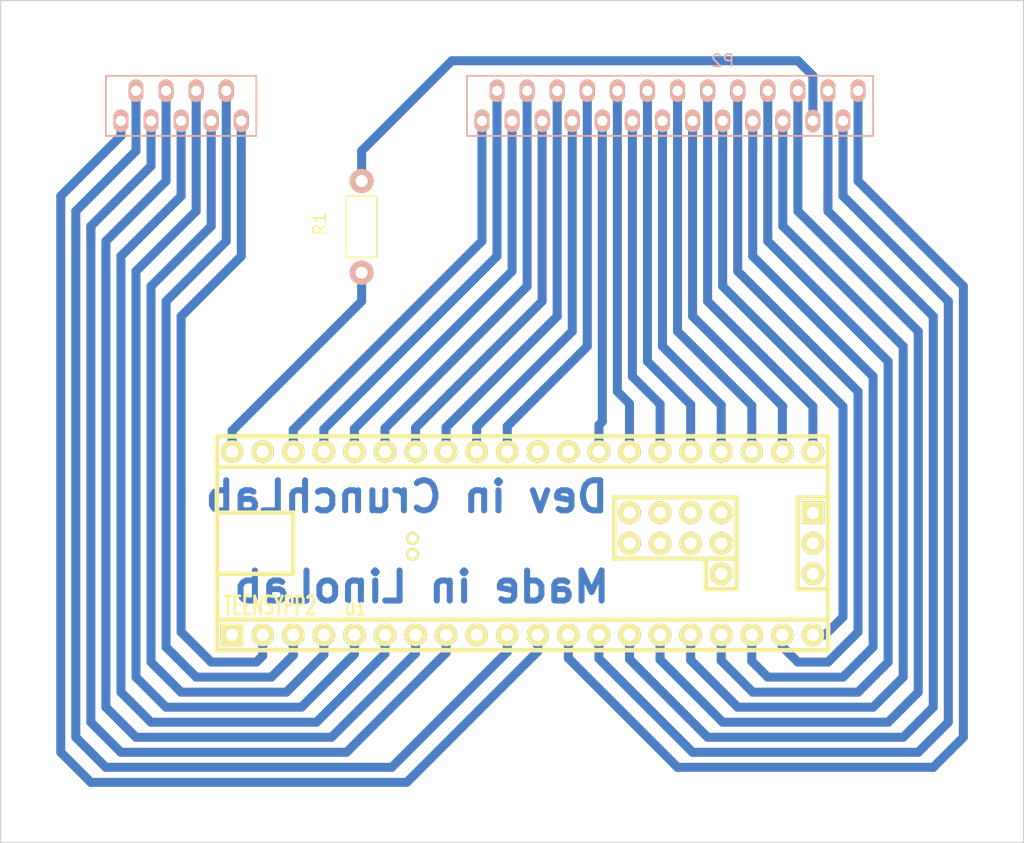
<source format=kicad_pcb>

(kicad_pcb
  (version 4)
  (host pcbnew 4.0.2-4+6225~38~ubuntu14.04.1-stable)
  (general
    (links 36)
    (no_connects 0)
    (area 101.199999 59.949999 186.300001 130.050001)
    (thickness 1.6)
    (drawings 6)
    (tracks 199)
    (zones 0)
    (modules 4)
    (nets 56))
  (page A4)
  (layers
    (0 F.Cu signal)
    (31 B.Cu signal)
    (32 B.Adhes user)
    (33 F.Adhes user)
    (34 B.Paste user)
    (35 F.Paste user)
    (36 B.SilkS user)
    (37 F.SilkS user)
    (38 B.Mask user)
    (39 F.Mask user)
    (40 Dwgs.User user)
    (41 Cmts.User user)
    (42 Eco1.User user)
    (43 Eco2.User user)
    (44 Edge.Cuts user)
    (45 Margin user)
    (46 B.CrtYd user)
    (47 F.CrtYd user)
    (48 B.Fab user)
    (49 F.Fab user))
  (setup
    (last_trace_width 0.75)
    (trace_clearance 0.25)
    (zone_clearance 0.508)
    (zone_45_only no)
    (trace_min 0.2)
    (segment_width 0.2)
    (edge_width 0.1)
    (via_size 0.6)
    (via_drill 0.4)
    (via_min_size 0.4)
    (via_min_drill 0.3)
    (uvia_size 0.3)
    (uvia_drill 0.1)
    (uvias_allowed no)
    (uvia_min_size 0.2)
    (uvia_min_drill 0.1)
    (pcb_text_width 0.3)
    (pcb_text_size 1.5 1.5)
    (mod_edge_width 0.15)
    (mod_text_size 1 1)
    (mod_text_width 0.15)
    (pad_size 1.25 1.87)
    (pad_drill 0.85)
    (pad_to_mask_clearance 0)
    (aux_axis_origin 101.25 60)
    (grid_origin 101.25 60)
    (visible_elements FFFFFF7F)
    (pcbplotparams
      (layerselection 0x00000_80000000)
      (usegerberextensions false)
      (excludeedgelayer true)
      (linewidth 0.1)
      (plotframeref false)
      (viasonmask false)
      (mode 1)
      (useauxorigin true)
      (hpglpennumber 1)
      (hpglpenspeed 20)
      (hpglpendiameter 15)
      (hpglpenoverlay 2)
      (psnegative false)
      (psa4output false)
      (plotreference true)
      (plotvalue true)
      (plotinvisibletext false)
      (padsonsilk false)
      (subtractmaskfromsilk false)
      (outputformat 1)
      (mirror false)
      (drillshape 0)
      (scaleselection 1)
      (outputdirectory drill/)))
  (net 0 "")
  (net 1 "Net-(P1-Pad1)")
  (net 2 "Net-(P1-Pad2)")
  (net 3 "Net-(P1-Pad3)")
  (net 4 "Net-(P1-Pad4)")
  (net 5 "Net-(P1-Pad5)")
  (net 6 "Net-(P1-Pad6)")
  (net 7 "Net-(P1-Pad7)")
  (net 8 "Net-(P1-Pad8)")
  (net 9 "Net-(P1-Pad9)")
  (net 10 "Net-(P2-Pad1)")
  (net 11 "Net-(P2-Pad2)")
  (net 12 "Net-(P2-Pad3)")
  (net 13 "Net-(P2-Pad4)")
  (net 14 "Net-(P2-Pad5)")
  (net 15 "Net-(P2-Pad6)")
  (net 16 "Net-(P2-Pad7)")
  (net 17 "Net-(P2-Pad8)")
  (net 18 "Net-(P2-Pad9)")
  (net 19 "Net-(P2-Pad10)")
  (net 20 "Net-(P2-Pad11)")
  (net 21 "Net-(P2-Pad12)")
  (net 22 "Net-(P2-Pad13)")
  (net 23 "Net-(P2-Pad14)")
  (net 24 "Net-(P2-Pad15)")
  (net 25 "Net-(P2-Pad16)")
  (net 26 "Net-(P2-Pad17)")
  (net 27 "Net-(P2-Pad18)")
  (net 28 "Net-(P2-Pad19)")
  (net 29 "Net-(P2-Pad20)")
  (net 30 "Net-(P2-Pad21)")
  (net 31 "Net-(P2-Pad22)")
  (net 32 "Net-(P2-Pad23)")
  (net 33 "Net-(P2-Pad24)")
  (net 34 "Net-(P2-Pad25)")
  (net 35 "Net-(P2-Pad26)")
  (net 36 "Net-(U1-Pad51)")
  (net 37 "Net-(U1-Pad42)")
  (net 38 "Net-(U1-Pad41)")
  (net 39 "Net-(U1-Pad23)")
  (net 40 "Net-(U1-Pad22)")
  (net 41 "Net-(U1-Pad21)")
  (net 42 "Net-(U1-Pad32)")
  (net 43 "Net-(U1-Pad29)")
  (net 44 "Net-(U1-Pad27)")
  (net 45 "Net-(U1-Pad25)")
  (net 46 "Net-(U1-Pad24)")
  (net 47 "Net-(U1-Pad26)")
  (net 48 "Net-(U1-Pad28)")
  (net 49 "Net-(U1-Pad31)")
  (net 50 "Net-(U1-Pad54)")
  (net 51 "Net-(U1-Pad53)")
  (net 52 "Net-(U1-Pad30)")
  (net 53 "Net-(U1-Pad9)")
  (net 54 "Net-(U1-Pad1)")
  (net 55 "Net-(R1-Pad1)")
  (net_class Default "This is the default net class."
    (clearance 0.25)
    (trace_width 0.75)
    (via_dia 0.6)
    (via_drill 0.4)
    (uvia_dia 0.3)
    (uvia_drill 0.1)
    (add_net "Net-(P1-Pad1)")
    (add_net "Net-(P1-Pad2)")
    (add_net "Net-(P1-Pad3)")
    (add_net "Net-(P1-Pad4)")
    (add_net "Net-(P1-Pad5)")
    (add_net "Net-(P1-Pad6)")
    (add_net "Net-(P1-Pad7)")
    (add_net "Net-(P1-Pad8)")
    (add_net "Net-(P1-Pad9)")
    (add_net "Net-(P2-Pad1)")
    (add_net "Net-(P2-Pad10)")
    (add_net "Net-(P2-Pad11)")
    (add_net "Net-(P2-Pad12)")
    (add_net "Net-(P2-Pad13)")
    (add_net "Net-(P2-Pad14)")
    (add_net "Net-(P2-Pad15)")
    (add_net "Net-(P2-Pad16)")
    (add_net "Net-(P2-Pad17)")
    (add_net "Net-(P2-Pad18)")
    (add_net "Net-(P2-Pad19)")
    (add_net "Net-(P2-Pad2)")
    (add_net "Net-(P2-Pad20)")
    (add_net "Net-(P2-Pad21)")
    (add_net "Net-(P2-Pad22)")
    (add_net "Net-(P2-Pad23)")
    (add_net "Net-(P2-Pad24)")
    (add_net "Net-(P2-Pad25)")
    (add_net "Net-(P2-Pad26)")
    (add_net "Net-(P2-Pad3)")
    (add_net "Net-(P2-Pad4)")
    (add_net "Net-(P2-Pad5)")
    (add_net "Net-(P2-Pad6)")
    (add_net "Net-(P2-Pad7)")
    (add_net "Net-(P2-Pad8)")
    (add_net "Net-(P2-Pad9)")
    (add_net "Net-(R1-Pad1)")
    (add_net "Net-(U1-Pad1)")
    (add_net "Net-(U1-Pad21)")
    (add_net "Net-(U1-Pad22)")
    (add_net "Net-(U1-Pad23)")
    (add_net "Net-(U1-Pad24)")
    (add_net "Net-(U1-Pad25)")
    (add_net "Net-(U1-Pad26)")
    (add_net "Net-(U1-Pad27)")
    (add_net "Net-(U1-Pad28)")
    (add_net "Net-(U1-Pad29)")
    (add_net "Net-(U1-Pad30)")
    (add_net "Net-(U1-Pad31)")
    (add_net "Net-(U1-Pad32)")
    (add_net "Net-(U1-Pad41)")
    (add_net "Net-(U1-Pad42)")
    (add_net "Net-(U1-Pad51)")
    (add_net "Net-(U1-Pad53)")
    (add_net "Net-(U1-Pad54)")
    (add_net "Net-(U1-Pad9)"))
  (module myfootprint:ffc_1.25mm_9p_oval
    (layer B.Cu)
    (tedit 572B4A68)
    (tstamp 57233CFB)
    (at 116.25 71.25)
    (path /572339CC)
    (fp_text reference P1
      (at 0 1.25)
      (layer Eco1.User) hide
      (effects
        (font
          (size 1 1)
          (thickness 0.15))))
    (fp_text value CONN_01X09
      (at 0 3.75)
      (layer B.Fab) hide
      (effects
        (font
          (size 1 1)
          (thickness 0.15))
        (justify mirror)))
    (fp_line
      (start -6.25 0)
      (end -6.25 -5)
      (layer B.SilkS)
      (width 0.15))
    (fp_line
      (start -6.25 -5)
      (end 6.25 -5)
      (layer B.SilkS)
      (width 0.15))
    (fp_line
      (start 6.25 -5)
      (end 6.25 0)
      (layer B.SilkS)
      (width 0.15))
    (fp_line
      (start 6.25 0)
      (end -6.25 0)
      (layer B.SilkS)
      (width 0.15))
    (pad 1 thru_hole oval
      (at -5 -1.25)
      (size 1.25 1.87)
      (drill 0.85)
      (layers *.Cu *.Mask B.SilkS)
      (net 1 "Net-(P1-Pad1)"))
    (pad 2 thru_hole oval
      (at -3.75 -3.75)
      (size 1.25 1.87)
      (drill 0.85)
      (layers *.Cu *.Mask B.SilkS)
      (net 2 "Net-(P1-Pad2)"))
    (pad 3 thru_hole oval
      (at -2.5 -1.25)
      (size 1.25 1.87)
      (drill 0.85)
      (layers *.Cu *.Mask B.SilkS)
      (net 3 "Net-(P1-Pad3)"))
    (pad 4 thru_hole oval
      (at -1.25 -3.75)
      (size 1.25 1.87)
      (drill 0.85)
      (layers *.Cu *.Mask B.SilkS)
      (net 4 "Net-(P1-Pad4)"))
    (pad 5 thru_hole oval
      (at 0 -1.25)
      (size 1.25 1.87)
      (drill 0.85)
      (layers *.Cu *.Mask B.SilkS)
      (net 5 "Net-(P1-Pad5)"))
    (pad 6 thru_hole oval
      (at 1.25 -3.75)
      (size 1.25 1.87)
      (drill 0.85)
      (layers *.Cu *.Mask B.SilkS)
      (net 6 "Net-(P1-Pad6)"))
    (pad 7 thru_hole oval
      (at 2.5 -1.25)
      (size 1.25 1.87)
      (drill 0.85)
      (layers *.Cu *.Mask B.SilkS)
      (net 7 "Net-(P1-Pad7)"))
    (pad 8 thru_hole oval
      (at 3.75 -3.75)
      (size 1.25 1.87)
      (drill 0.85)
      (layers *.Cu *.Mask B.SilkS)
      (net 8 "Net-(P1-Pad8)"))
    (pad 9 thru_hole oval
      (at 5 -1.25)
      (size 1.25 1.87)
      (drill 0.85)
      (layers *.Cu *.Mask B.SilkS)
      (net 9 "Net-(P1-Pad9)")))
  (module myfootprint:ffc_1.25m_26p_oval
    (layer B.Cu)
    (tedit 572B4758)
    (tstamp 5726466A)
    (at 156.25 72.5)
    (path /5714CDB3)
    (fp_text reference P2
      (at 5 -7.5)
      (layer B.SilkS)
      (effects
        (font
          (size 1 1)
          (thickness 0.15))
        (justify mirror)))
    (fp_text value CONN_01X26
      (at -2.5 -7.5)
      (layer B.Fab)
      (effects
        (font
          (size 1 1)
          (thickness 0.15))
        (justify mirror)))
    (fp_line
      (start -16.25 -1.25)
      (end -16.25 -6.25)
      (layer B.SilkS)
      (width 0.15))
    (fp_line
      (start -16.25 -6.25)
      (end 17.5 -6.25)
      (layer B.SilkS)
      (width 0.15))
    (fp_line
      (start 17.5 -6.25)
      (end 17.5 -1.25)
      (layer B.SilkS)
      (width 0.15))
    (fp_line
      (start 17.5 -1.25)
      (end -16.25 -1.25)
      (layer B.SilkS)
      (width 0.15))
    (pad 1 thru_hole oval
      (at -15 -2.5)
      (size 1.25 1.87)
      (drill 0.85)
      (layers *.Cu *.Mask B.SilkS)
      (net 10 "Net-(P2-Pad1)"))
    (pad 2 thru_hole oval
      (at -13.75 -5)
      (size 1.25 1.87)
      (drill 0.85)
      (layers *.Cu *.Mask B.SilkS)
      (net 11 "Net-(P2-Pad2)"))
    (pad 3 thru_hole oval
      (at -12.5 -2.5)
      (size 1.25 1.87)
      (drill 0.85)
      (layers *.Cu *.Mask B.SilkS)
      (net 12 "Net-(P2-Pad3)"))
    (pad 4 thru_hole oval
      (at -11.25 -5)
      (size 1.25 1.87)
      (drill 0.85)
      (layers *.Cu *.Mask B.SilkS)
      (net 13 "Net-(P2-Pad4)"))
    (pad 5 thru_hole oval
      (at -10 -2.5)
      (size 1.25 1.87)
      (drill 0.85)
      (layers *.Cu *.Mask B.SilkS)
      (net 14 "Net-(P2-Pad5)"))
    (pad 6 thru_hole oval
      (at -8.75 -5)
      (size 1.25 1.87)
      (drill 0.85)
      (layers *.Cu *.Mask B.SilkS)
      (net 15 "Net-(P2-Pad6)"))
    (pad 7 thru_hole oval
      (at -7.5 -2.5)
      (size 1.25 1.87)
      (drill 0.85)
      (layers *.Cu *.Mask B.SilkS)
      (net 16 "Net-(P2-Pad7)"))
    (pad 8 thru_hole oval
      (at -6.25 -5)
      (size 1.25 1.87)
      (drill 0.85)
      (layers *.Cu *.Mask B.SilkS)
      (net 17 "Net-(P2-Pad8)"))
    (pad 9 thru_hole oval
      (at -5 -2.5)
      (size 1.25 1.87)
      (drill 0.85)
      (layers *.Cu *.Mask B.SilkS)
      (net 18 "Net-(P2-Pad9)"))
    (pad 10 thru_hole oval
      (at -3.75 -5)
      (size 1.25 1.87)
      (drill 0.85)
      (layers *.Cu *.Mask B.SilkS)
      (net 19 "Net-(P2-Pad10)"))
    (pad 11 thru_hole oval
      (at -2.5 -2.5)
      (size 1.25 1.87)
      (drill 0.85)
      (layers *.Cu *.Mask B.SilkS)
      (net 20 "Net-(P2-Pad11)"))
    (pad 12 thru_hole oval
      (at -1.25 -5)
      (size 1.25 1.87)
      (drill 0.85)
      (layers *.Cu *.Mask B.SilkS)
      (net 21 "Net-(P2-Pad12)"))
    (pad 13 thru_hole oval
      (at 0 -2.5)
      (size 1.25 1.87)
      (drill 0.85)
      (layers *.Cu *.Mask B.SilkS)
      (net 22 "Net-(P2-Pad13)"))
    (pad 14 thru_hole oval
      (at 1.25 -5)
      (size 1.25 1.87)
      (drill 0.85)
      (layers *.Cu *.Mask B.SilkS)
      (net 23 "Net-(P2-Pad14)"))
    (pad 15 thru_hole oval
      (at 2.5 -2.5)
      (size 1.25 1.87)
      (drill 0.85)
      (layers *.Cu *.Mask B.SilkS)
      (net 24 "Net-(P2-Pad15)"))
    (pad 16 thru_hole oval
      (at 3.75 -5)
      (size 1.25 1.87)
      (drill 0.85)
      (layers *.Cu *.Mask B.SilkS)
      (net 25 "Net-(P2-Pad16)"))
    (pad 17 thru_hole oval
      (at 5 -2.5)
      (size 1.25 1.87)
      (drill 0.85)
      (layers *.Cu *.Mask B.SilkS)
      (net 26 "Net-(P2-Pad17)"))
    (pad 18 thru_hole oval
      (at 6.25 -5 180)
      (size 1.25 1.87)
      (drill 0.85)
      (layers *.Cu *.Mask B.SilkS)
      (net 27 "Net-(P2-Pad18)"))
    (pad 19 thru_hole oval
      (at 7.5 -2.5)
      (size 1.25 1.87)
      (drill 0.85)
      (layers *.Cu *.Mask B.SilkS)
      (net 28 "Net-(P2-Pad19)"))
    (pad 20 thru_hole oval
      (at 8.75 -5)
      (size 1.25 1.87)
      (drill 0.85)
      (layers *.Cu *.Mask B.SilkS)
      (net 29 "Net-(P2-Pad20)"))
    (pad 21 thru_hole oval
      (at 10 -2.5)
      (size 1.25 1.87)
      (drill 0.85)
      (layers *.Cu *.Mask B.SilkS)
      (net 30 "Net-(P2-Pad21)"))
    (pad 22 thru_hole oval
      (at 11.25 -5)
      (size 1.25 1.87)
      (drill 0.85)
      (layers *.Cu *.Mask B.SilkS)
      (net 31 "Net-(P2-Pad22)"))
    (pad 23 thru_hole oval
      (at 12.5 -2.5)
      (size 1.25 1.87)
      (drill 0.85)
      (layers *.Cu *.Mask B.SilkS)
      (net 32 "Net-(P2-Pad23)"))
    (pad 24 thru_hole oval
      (at 13.75 -5)
      (size 1.25 1.87)
      (drill 0.85)
      (layers *.Cu *.Mask B.SilkS)
      (net 33 "Net-(P2-Pad24)"))
    (pad 25 thru_hole oval
      (at 15 -2.5)
      (size 1.25 1.87)
      (drill 0.85)
      (layers *.Cu *.Mask B.SilkS)
      (net 34 "Net-(P2-Pad25)"))
    (pad 26 thru_hole oval
      (at 16.25 -5)
      (size 1.25 1.87)
      (drill 0.85)
      (layers *.Cu *.Mask B.SilkS)
      (net 35 "Net-(P2-Pad26)")))
  (module myfootprint:TEENSYPP2
    (layer F.Cu)
    (tedit 4F5FE77C)
    (tstamp 57233D66)
    (at 144.62 105.12)
    (path /5714CC46)
    (fp_text reference U1
      (at -13.89888 5.4991)
      (layer F.SilkS)
      (effects
        (font
          (size 0.9144 0.9144)
          (thickness 0.2286))))
    (fp_text value TEENSYPP2
      (at -21.00072 5.19938)
      (layer F.SilkS)
      (effects
        (font
          (size 1.524 0.9144)
          (thickness 0.2286))))
    (fp_line
      (start 15.24 1.27)
      (end 17.78 1.27)
      (layer F.SilkS)
      (width 0.381))
    (fp_line
      (start 17.78 -3.81)
      (end 17.78 3.81)
      (layer F.SilkS)
      (width 0.381))
    (fp_line
      (start 17.78 3.81)
      (end 15.24 3.81)
      (layer F.SilkS)
      (width 0.381))
    (fp_line
      (start 15.24 3.81)
      (end 15.24 1.27)
      (layer F.SilkS)
      (width 0.381))
    (fp_line
      (start 15.24 1.27)
      (end 7.62 1.27)
      (layer F.SilkS)
      (width 0.381))
    (fp_line
      (start 7.62 1.27)
      (end 7.62 -3.81)
      (layer F.SilkS)
      (width 0.381))
    (fp_line
      (start 7.62 -3.81)
      (end 17.78 -3.81)
      (layer F.SilkS)
      (width 0.381))
    (fp_line
      (start 25.4 -3.81)
      (end 22.86 -3.81)
      (layer F.SilkS)
      (width 0.381))
    (fp_line
      (start 22.86 -3.81)
      (end 22.86 3.81)
      (layer F.SilkS)
      (width 0.381))
    (fp_line
      (start 22.86 3.81)
      (end 25.4 3.81)
      (layer F.SilkS)
      (width 0.381))
    (fp_line
      (start -25.4 -2.54)
      (end -19.05 -2.54)
      (layer F.SilkS)
      (width 0.381))
    (fp_line
      (start -19.05 -2.54)
      (end -19.05 2.54)
      (layer F.SilkS)
      (width 0.381))
    (fp_line
      (start -19.05 2.54)
      (end -25.4 2.54)
      (layer F.SilkS)
      (width 0.381))
    (fp_line
      (start 25.4 6.35)
      (end -25.4 6.35)
      (layer F.SilkS)
      (width 0.381))
    (fp_line
      (start -25.4 -6.35)
      (end 25.4 -6.35)
      (layer F.SilkS)
      (width 0.381))
    (fp_line
      (start -25.4 -8.89)
      (end 25.4 -8.89)
      (layer F.SilkS)
      (width 0.381))
    (fp_line
      (start 25.4 -8.89)
      (end 25.4 8.89)
      (layer F.SilkS)
      (width 0.381))
    (fp_line
      (start 25.4 8.89)
      (end -25.4 8.89)
      (layer F.SilkS)
      (width 0.381))
    (fp_line
      (start -25.4 8.89)
      (end -25.4 -8.89)
      (layer F.SilkS)
      (width 0.381))
    (pad 52 thru_hole circle
      (at -24.13 -7.62)
      (size 1.8796 1.8796)
      (drill 1.016)
      (layers *.Cu *.Mask F.SilkS)
      (net 55 "Net-(R1-Pad1)"))
    (pad 51 thru_hole circle
      (at -21.59 -7.62)
      (size 1.8796 1.8796)
      (drill 1.016)
      (layers *.Cu *.Mask F.SilkS)
      (net 36 "Net-(U1-Pad51)"))
    (pad 50 thru_hole circle
      (at -19.05 -7.62)
      (size 1.8796 1.8796)
      (drill 1.016)
      (layers *.Cu *.Mask F.SilkS)
      (net 10 "Net-(P2-Pad1)"))
    (pad 49 thru_hole circle
      (at -16.51 -7.62)
      (size 1.8796 1.8796)
      (drill 1.016)
      (layers *.Cu *.Mask F.SilkS)
      (net 11 "Net-(P2-Pad2)"))
    (pad 48 thru_hole circle
      (at -13.97 -7.62)
      (size 1.8796 1.8796)
      (drill 1.016)
      (layers *.Cu *.Mask F.SilkS)
      (net 12 "Net-(P2-Pad3)"))
    (pad 47 thru_hole circle
      (at -11.43 -7.62)
      (size 1.8796 1.8796)
      (drill 1.016)
      (layers *.Cu *.Mask F.SilkS)
      (net 13 "Net-(P2-Pad4)"))
    (pad 46 thru_hole circle
      (at -8.89 -7.62)
      (size 1.8796 1.8796)
      (drill 1.016)
      (layers *.Cu *.Mask F.SilkS)
      (net 14 "Net-(P2-Pad5)"))
    (pad 45 thru_hole circle
      (at -6.35 -7.62)
      (size 1.8796 1.8796)
      (drill 1.016)
      (layers *.Cu *.Mask F.SilkS)
      (net 15 "Net-(P2-Pad6)"))
    (pad 44 thru_hole circle
      (at -3.81 -7.62)
      (size 1.8796 1.8796)
      (drill 1.016)
      (layers *.Cu *.Mask F.SilkS)
      (net 16 "Net-(P2-Pad7)"))
    (pad 43 thru_hole circle
      (at -1.27 -7.62)
      (size 1.8796 1.8796)
      (drill 1.016)
      (layers *.Cu *.Mask F.SilkS)
      (net 17 "Net-(P2-Pad8)"))
    (pad 42 thru_hole circle
      (at 1.27 -7.62)
      (size 1.8796 1.8796)
      (drill 1.016)
      (layers *.Cu *.Mask F.SilkS)
      (net 37 "Net-(U1-Pad42)"))
    (pad 41 thru_hole circle
      (at 3.81 -7.62)
      (size 1.8796 1.8796)
      (drill 1.016)
      (layers *.Cu *.Mask F.SilkS)
      (net 38 "Net-(U1-Pad41)"))
    (pad 40 thru_hole circle
      (at 6.35 -7.62)
      (size 1.8796 1.8796)
      (drill 1.016)
      (layers *.Cu *.Mask F.SilkS)
      (net 18 "Net-(P2-Pad9)"))
    (pad 39 thru_hole circle
      (at 8.89 -7.62)
      (size 1.8796 1.8796)
      (drill 1.016)
      (layers *.Cu *.Mask F.SilkS)
      (net 19 "Net-(P2-Pad10)"))
    (pad 38 thru_hole circle
      (at 11.43 -7.62)
      (size 1.8796 1.8796)
      (drill 1.016)
      (layers *.Cu *.Mask F.SilkS)
      (net 20 "Net-(P2-Pad11)"))
    (pad 37 thru_hole circle
      (at 13.97 -7.62)
      (size 1.8796 1.8796)
      (drill 1.016)
      (layers *.Cu *.Mask F.SilkS)
      (net 21 "Net-(P2-Pad12)"))
    (pad 36 thru_hole circle
      (at 16.51 -7.62)
      (size 1.8796 1.8796)
      (drill 1.016)
      (layers *.Cu *.Mask F.SilkS)
      (net 22 "Net-(P2-Pad13)"))
    (pad 35 thru_hole circle
      (at 19.05 -7.62)
      (size 1.8796 1.8796)
      (drill 1.016)
      (layers *.Cu *.Mask F.SilkS)
      (net 23 "Net-(P2-Pad14)"))
    (pad 34 thru_hole circle
      (at 21.59 -7.62)
      (size 1.8796 1.8796)
      (drill 1.016)
      (layers *.Cu *.Mask F.SilkS)
      (net 24 "Net-(P2-Pad15)"))
    (pad 33 thru_hole circle
      (at 24.13 -7.62)
      (size 1.8796 1.8796)
      (drill 1.016)
      (layers *.Cu *.Mask F.SilkS)
      (net 25 "Net-(P2-Pad16)"))
    (pad 20 thru_hole circle
      (at 24.13 7.62)
      (size 1.8796 1.8796)
      (drill 1.016)
      (layers *.Cu *.Mask F.SilkS)
      (net 26 "Net-(P2-Pad17)"))
    (pad 19 thru_hole circle
      (at 21.59 7.62)
      (size 1.8796 1.8796)
      (drill 1.016)
      (layers *.Cu *.Mask F.SilkS)
      (net 27 "Net-(P2-Pad18)"))
    (pad 18 thru_hole circle
      (at 19.05 7.62)
      (size 1.8796 1.8796)
      (drill 1.016)
      (layers *.Cu *.Mask F.SilkS)
      (net 28 "Net-(P2-Pad19)"))
    (pad 17 thru_hole circle
      (at 16.51 7.62)
      (size 1.8796 1.8796)
      (drill 1.016)
      (layers *.Cu *.Mask F.SilkS)
      (net 29 "Net-(P2-Pad20)"))
    (pad 16 thru_hole circle
      (at 13.97 7.62)
      (size 1.8796 1.8796)
      (drill 1.016)
      (layers *.Cu *.Mask F.SilkS)
      (net 30 "Net-(P2-Pad21)"))
    (pad 15 thru_hole circle
      (at 11.43 7.62)
      (size 1.8796 1.8796)
      (drill 1.016)
      (layers *.Cu *.Mask F.SilkS)
      (net 31 "Net-(P2-Pad22)"))
    (pad 14 thru_hole circle
      (at 8.89 7.62)
      (size 1.8796 1.8796)
      (drill 1.016)
      (layers *.Cu *.Mask F.SilkS)
      (net 33 "Net-(P2-Pad24)"))
    (pad 13 thru_hole circle
      (at 6.35 7.62)
      (size 1.8796 1.8796)
      (drill 1.016)
      (layers *.Cu *.Mask F.SilkS)
      (net 34 "Net-(P2-Pad25)"))
    (pad 12 thru_hole circle
      (at 3.81 7.62)
      (size 1.8796 1.8796)
      (drill 1.016)
      (layers *.Cu *.Mask F.SilkS)
      (net 35 "Net-(P2-Pad26)"))
    (pad 11 thru_hole circle
      (at 1.27 7.62)
      (size 1.8796 1.8796)
      (drill 1.016)
      (layers *.Cu *.Mask F.SilkS)
      (net 1 "Net-(P1-Pad1)"))
    (pad 10 thru_hole circle
      (at -1.27 7.62)
      (size 1.8796 1.8796)
      (drill 1.016)
      (layers *.Cu *.Mask F.SilkS)
      (net 2 "Net-(P1-Pad2)"))
    (pad 9 thru_hole circle
      (at -3.81 7.62)
      (size 1.8796 1.8796)
      (drill 1.016)
      (layers *.Cu *.Mask F.SilkS)
      (net 53 "Net-(U1-Pad9)"))
    (pad 8 thru_hole circle
      (at -6.35 7.62)
      (size 1.8796 1.8796)
      (drill 1.016)
      (layers *.Cu *.Mask F.SilkS)
      (net 3 "Net-(P1-Pad3)"))
    (pad 7 thru_hole circle
      (at -8.89 7.62)
      (size 1.8796 1.8796)
      (drill 1.016)
      (layers *.Cu *.Mask F.SilkS)
      (net 4 "Net-(P1-Pad4)"))
    (pad 6 thru_hole circle
      (at -11.43 7.62)
      (size 1.8796 1.8796)
      (drill 1.016)
      (layers *.Cu *.Mask F.SilkS)
      (net 5 "Net-(P1-Pad5)"))
    (pad 5 thru_hole circle
      (at -13.97 7.62)
      (size 1.8796 1.8796)
      (drill 1.016)
      (layers *.Cu *.Mask F.SilkS)
      (net 6 "Net-(P1-Pad6)"))
    (pad 4 thru_hole circle
      (at -16.51 7.62)
      (size 1.8796 1.8796)
      (drill 1.016)
      (layers *.Cu *.Mask F.SilkS)
      (net 7 "Net-(P1-Pad7)"))
    (pad 3 thru_hole circle
      (at -19.05 7.62)
      (size 1.8796 1.8796)
      (drill 1.016)
      (layers *.Cu *.Mask F.SilkS)
      (net 8 "Net-(P1-Pad8)"))
    (pad 2 thru_hole circle
      (at -21.59 7.62)
      (size 1.8796 1.8796)
      (drill 1.016)
      (layers *.Cu *.Mask F.SilkS)
      (net 9 "Net-(P1-Pad9)"))
    (pad 1 thru_hole rect
      (at -24.13 7.62)
      (size 1.8796 1.8796)
      (drill 1.016)
      (layers *.Cu *.Mask F.SilkS)
      (net 54 "Net-(U1-Pad1)"))
    (pad 23 thru_hole rect
      (at 24.13 -2.54)
      (size 1.8796 1.8796)
      (drill 1.016)
      (layers *.Cu *.Mask F.SilkS)
      (net 39 "Net-(U1-Pad23)"))
    (pad 22 thru_hole circle
      (at 24.13 0)
      (size 1.8796 1.8796)
      (drill 1.016)
      (layers *.Cu *.Mask F.SilkS)
      (net 40 "Net-(U1-Pad22)"))
    (pad 21 thru_hole circle
      (at 24.13 2.54)
      (size 1.8796 1.8796)
      (drill 1.016)
      (layers *.Cu *.Mask F.SilkS)
      (net 41 "Net-(U1-Pad21)"))
    (pad 32 thru_hole circle
      (at 16.51 -2.54)
      (size 1.8796 1.8796)
      (drill 1.016)
      (layers *.Cu *.Mask F.SilkS)
      (net 42 "Net-(U1-Pad32)"))
    (pad 29 thru_hole circle
      (at 13.97 -2.54)
      (size 1.8796 1.8796)
      (drill 1.016)
      (layers *.Cu *.Mask F.SilkS)
      (net 43 "Net-(U1-Pad29)"))
    (pad 27 thru_hole circle
      (at 11.43 -2.54)
      (size 1.8796 1.8796)
      (drill 1.016)
      (layers *.Cu *.Mask F.SilkS)
      (net 44 "Net-(U1-Pad27)"))
    (pad 25 thru_hole circle
      (at 8.89 -2.54)
      (size 1.8796 1.8796)
      (drill 1.016)
      (layers *.Cu *.Mask F.SilkS)
      (net 45 "Net-(U1-Pad25)"))
    (pad 24 thru_hole circle
      (at 8.89 0)
      (size 1.8796 1.8796)
      (drill 1.016)
      (layers *.Cu *.Mask F.SilkS)
      (net 46 "Net-(U1-Pad24)"))
    (pad 26 thru_hole circle
      (at 11.43 0)
      (size 1.8796 1.8796)
      (drill 1.016)
      (layers *.Cu *.Mask F.SilkS)
      (net 47 "Net-(U1-Pad26)"))
    (pad 28 thru_hole circle
      (at 13.97 0)
      (size 1.8796 1.8796)
      (drill 1.016)
      (layers *.Cu *.Mask F.SilkS)
      (net 48 "Net-(U1-Pad28)"))
    (pad 31 thru_hole circle
      (at 16.51 0)
      (size 1.8796 1.8796)
      (drill 1.016)
      (layers *.Cu *.Mask F.SilkS)
      (net 49 "Net-(U1-Pad31)"))
    (pad 54 thru_hole circle
      (at -9.144 0.9144)
      (size 1.0668 1.0668)
      (drill 0.635)
      (layers *.Cu *.Mask F.SilkS)
      (net 50 "Net-(U1-Pad54)"))
    (pad 53 thru_hole circle
      (at -9.144 -0.4064)
      (size 1.0668 1.0668)
      (drill 0.635)
      (layers *.Cu *.Mask F.SilkS)
      (net 51 "Net-(U1-Pad53)"))
    (pad 30 thru_hole circle
      (at 16.51 2.54)
      (size 1.8796 1.8796)
      (drill 1.016)
      (layers *.Cu *.Mask F.SilkS)
      (net 52 "Net-(U1-Pad30)")))
  (module Resistors_ThroughHole:Resistor_Horizontal_RM7mm
    (layer F.Cu)
    (tedit 569FCF07)
    (tstamp 57319E8E)
    (at 131.25 82.62 90)
    (descr "Resistor, Axial,  RM 7.62mm, 1/3W,")
    (tags "Resistor Axial RM 7.62mm 1/3W R3")
    (path /57319DE9)
    (fp_text reference R1
      (at 4.05892 -3.50012 90)
      (layer F.SilkS)
      (effects
        (font
          (size 1 1)
          (thickness 0.15))))
    (fp_text value R
      (at 3.81 3.81 90)
      (layer F.Fab)
      (effects
        (font
          (size 1 1)
          (thickness 0.15))))
    (fp_line
      (start -1.25 -1.5)
      (end 8.85 -1.5)
      (layer F.CrtYd)
      (width 0.05))
    (fp_line
      (start -1.25 1.5)
      (end -1.25 -1.5)
      (layer F.CrtYd)
      (width 0.05))
    (fp_line
      (start 8.85 -1.5)
      (end 8.85 1.5)
      (layer F.CrtYd)
      (width 0.05))
    (fp_line
      (start -1.25 1.5)
      (end 8.85 1.5)
      (layer F.CrtYd)
      (width 0.05))
    (fp_line
      (start 1.27 -1.27)
      (end 6.35 -1.27)
      (layer F.SilkS)
      (width 0.15))
    (fp_line
      (start 6.35 -1.27)
      (end 6.35 1.27)
      (layer F.SilkS)
      (width 0.15))
    (fp_line
      (start 6.35 1.27)
      (end 1.27 1.27)
      (layer F.SilkS)
      (width 0.15))
    (fp_line
      (start 1.27 1.27)
      (end 1.27 -1.27)
      (layer F.SilkS)
      (width 0.15))
    (pad 1 thru_hole circle
      (at 0 0 90)
      (size 1.99898 1.99898)
      (drill 1.00076)
      (layers *.Cu *.SilkS *.Mask)
      (net 55 "Net-(R1-Pad1)"))
    (pad 2 thru_hole circle
      (at 7.62 0 90)
      (size 1.99898 1.99898)
      (drill 1.00076)
      (layers *.Cu *.SilkS *.Mask)
      (net 32 "Net-(P2-Pad23)")))
  (gr_text "Made in LinoLab"
    (at 136.25 108.75)
    (layer B.Cu)
    (effects
      (font
        (size 2.5 2.5)
        (thickness 0.5))
      (justify mirror)))
  (gr_text "Dev in CrunchLab"
    (at 135 101.25)
    (layer B.Cu)
    (effects
      (font
        (size 2.5 2.5)
        (thickness 0.5))
      (justify mirror)))
  (gr_line
    (start 186.25 130)
    (end 101.25 130)
    (layer Edge.Cuts)
    (width 0.1)
    (tstamp 57265DFE))
  (gr_line
    (start 186.25 60)
    (end 101.25 60)
    (layer Edge.Cuts)
    (width 0.1))
  (gr_line
    (start 186.25 130)
    (end 186.25 60)
    (layer Edge.Cuts)
    (width 0.1))
  (gr_line
    (start 101.25 60)
    (end 101.25 130)
    (layer Edge.Cuts)
    (width 0.1))
  (segment
    (start 111.25 70)
    (end 111.25 71.25)
    (width 0.75)
    (layer B.Cu)
    (net 1))
  (segment
    (start 111.25 71.25)
    (end 106.25 76.25)
    (width 0.75)
    (layer B.Cu)
    (net 1))
  (segment
    (start 108.75 125)
    (end 135 125)
    (width 0.75)
    (layer B.Cu)
    (net 1))
  (segment
    (start 106.25 76.25)
    (end 106.25 122.5)
    (width 0.75)
    (layer B.Cu)
    (net 1))
  (segment
    (start 106.25 122.5)
    (end 108.75 125)
    (width 0.75)
    (layer B.Cu)
    (net 1))
  (segment
    (start 135 125)
    (end 145.89 114.11)
    (width 0.75)
    (layer B.Cu)
    (net 1))
  (segment
    (start 145.89 114.11)
    (end 145.89 112.74)
    (width 0.75)
    (layer B.Cu)
    (net 1))
  (segment
    (start 112.5 67.5)
    (end 112.5 72.5)
    (width 0.75)
    (layer B.Cu)
    (net 2))
  (segment
    (start 112.5 72.5)
    (end 107.5 77.5)
    (width 0.75)
    (layer B.Cu)
    (net 2))
  (segment
    (start 107.5 77.5)
    (end 107.5 121.25)
    (width 0.75)
    (layer B.Cu)
    (net 2))
  (segment
    (start 107.5 121.25)
    (end 110 123.75)
    (width 0.75)
    (layer B.Cu)
    (net 2))
  (segment
    (start 110 123.75)
    (end 133.75 123.75)
    (width 0.75)
    (layer B.Cu)
    (net 2))
  (segment
    (start 133.75 123.75)
    (end 143.35 114.15)
    (width 0.75)
    (layer B.Cu)
    (net 2))
  (segment
    (start 143.35 114.15)
    (end 143.35 112.74)
    (width 0.75)
    (layer B.Cu)
    (net 2))
  (segment
    (start 108.75 78.75)
    (end 108.75 80.093516)
    (width 0.75)
    (layer B.Cu)
    (net 3))
  (segment
    (start 108.75 120)
    (end 108.75 78.75)
    (width 0.75)
    (layer B.Cu)
    (net 3))
  (segment
    (start 111.25 122.5)
    (end 108.75 120)
    (width 0.75)
    (layer B.Cu)
    (net 3))
  (segment
    (start 112.5 122.5)
    (end 111.25 122.5)
    (width 0.75)
    (layer B.Cu)
    (net 3))
  (segment
    (start 130 122.5)
    (end 112.5 122.5)
    (width 0.75)
    (layer B.Cu)
    (net 3))
  (segment
    (start 137.5 115)
    (end 130 122.5)
    (width 0.75)
    (layer B.Cu)
    (net 3))
  (segment
    (start 113.75 73.75)
    (end 108.75 78.75)
    (width 0.75)
    (layer B.Cu)
    (net 3))
  (segment
    (start 113.75 71.785)
    (end 113.75 73.75)
    (width 0.75)
    (layer B.Cu)
    (net 3))
  (segment
    (start 113.75 70)
    (end 113.75 71.785)
    (width 0.75)
    (layer B.Cu)
    (net 3))
  (segment
    (start 138.27 114.23)
    (end 137.5 115)
    (width 0.75)
    (layer B.Cu)
    (net 3))
  (segment
    (start 138.27 112.74)
    (end 138.27 114.23)
    (width 0.75)
    (layer B.Cu)
    (net 3))
  (segment
    (start 115 67.5)
    (end 115 75)
    (width 0.75)
    (layer B.Cu)
    (net 4))
  (segment
    (start 115 75)
    (end 110 80)
    (width 0.75)
    (layer B.Cu)
    (net 4))
  (segment
    (start 128.75 121.25)
    (end 135.73 114.27)
    (width 0.75)
    (layer B.Cu)
    (net 4))
  (segment
    (start 110 80)
    (end 110 118.75)
    (width 0.75)
    (layer B.Cu)
    (net 4))
  (segment
    (start 110 118.75)
    (end 112.5 121.25)
    (width 0.75)
    (layer B.Cu)
    (net 4))
  (segment
    (start 112.5 121.25)
    (end 128.75 121.25)
    (width 0.75)
    (layer B.Cu)
    (net 4))
  (segment
    (start 135.73 114.27)
    (end 135.73 112.74)
    (width 0.75)
    (layer B.Cu)
    (net 4))
  (segment
    (start 111.25 117.5)
    (end 111.25 81.25)
    (width 0.75)
    (layer B.Cu)
    (net 5))
  (segment
    (start 113.75 120)
    (end 111.25 117.5)
    (width 0.75)
    (layer B.Cu)
    (net 5))
  (segment
    (start 127.5 120)
    (end 113.75 120)
    (width 0.75)
    (layer B.Cu)
    (net 5))
  (segment
    (start 132.5 115)
    (end 127.5 120)
    (width 0.75)
    (layer B.Cu)
    (net 5))
  (segment
    (start 116.25 76.25)
    (end 111.25 81.25)
    (width 0.75)
    (layer B.Cu)
    (net 5))
  (segment
    (start 116.25 70)
    (end 116.25 76.25)
    (width 0.75)
    (layer B.Cu)
    (net 5))
  (segment
    (start 133.19 114.31)
    (end 132.5 115)
    (width 0.75)
    (layer B.Cu)
    (net 5))
  (segment
    (start 133.19 112.74)
    (end 133.19 114.31)
    (width 0.75)
    (layer B.Cu)
    (net 5))
  (segment
    (start 117.5 67.5)
    (end 117.5 77.5)
    (width 0.75)
    (layer B.Cu)
    (net 6))
  (segment
    (start 117.5 77.5)
    (end 112.5 82.5)
    (width 0.75)
    (layer B.Cu)
    (net 6))
  (segment
    (start 112.5 82.5)
    (end 112.5 116.25)
    (width 0.75)
    (layer B.Cu)
    (net 6))
  (segment
    (start 112.5 116.25)
    (end 115 118.75)
    (width 0.75)
    (layer B.Cu)
    (net 6))
  (segment
    (start 115 118.75)
    (end 126.25 118.75)
    (width 0.75)
    (layer B.Cu)
    (net 6))
  (segment
    (start 130.65 114.35)
    (end 130.65 112.74)
    (width 0.75)
    (layer B.Cu)
    (net 6))
  (segment
    (start 126.25 118.75)
    (end 130.65 114.35)
    (width 0.75)
    (layer B.Cu)
    (net 6))
  (segment
    (start 128.11 112.74)
    (end 128.11 114.39)
    (width 0.75)
    (layer B.Cu)
    (net 7))
  (segment
    (start 128.11 114.39)
    (end 125 117.5)
    (width 0.75)
    (layer B.Cu)
    (net 7))
  (segment
    (start 125 117.5)
    (end 116.25 117.5)
    (width 0.75)
    (layer B.Cu)
    (net 7))
  (segment
    (start 116.25 117.5)
    (end 113.75 115)
    (width 0.75)
    (layer B.Cu)
    (net 7))
  (segment
    (start 113.75 115)
    (end 113.75 83.75)
    (width 0.75)
    (layer B.Cu)
    (net 7))
  (segment
    (start 113.75 83.75)
    (end 118.75 78.75)
    (width 0.75)
    (layer B.Cu)
    (net 7))
  (segment
    (start 118.75 78.75)
    (end 118.75 71.785)
    (width 0.75)
    (layer B.Cu)
    (net 7))
  (segment
    (start 118.75 71.785)
    (end 118.75 70)
    (width 0.75)
    (layer B.Cu)
    (net 7))
  (segment
    (start 120 67.5)
    (end 120 80)
    (width 0.75)
    (layer B.Cu)
    (net 8))
  (segment
    (start 120 80)
    (end 115 85)
    (width 0.75)
    (layer B.Cu)
    (net 8))
  (segment
    (start 125.57 114.43)
    (end 125.57 112.74)
    (width 0.75)
    (layer B.Cu)
    (net 8))
  (segment
    (start 115 85)
    (end 115 113.75)
    (width 0.75)
    (layer B.Cu)
    (net 8))
  (segment
    (start 115 113.75)
    (end 117.5 116.25)
    (width 0.75)
    (layer B.Cu)
    (net 8))
  (segment
    (start 117.5 116.25)
    (end 123.75 116.25)
    (width 0.75)
    (layer B.Cu)
    (net 8))
  (segment
    (start 123.75 116.25)
    (end 125.57 114.43)
    (width 0.75)
    (layer B.Cu)
    (net 8))
  (segment
    (start 116.25 101.25)
    (end 116.25 86.25)
    (width 0.75)
    (layer B.Cu)
    (net 9))
  (segment
    (start 116.25 112.5)
    (end 116.25 101.25)
    (width 0.75)
    (layer B.Cu)
    (net 9))
  (segment
    (start 118.75 115)
    (end 116.25 112.5)
    (width 0.75)
    (layer B.Cu)
    (net 9))
  (segment
    (start 122.5 115)
    (end 118.75 115)
    (width 0.75)
    (layer B.Cu)
    (net 9))
  (segment
    (start 121.25 81.25)
    (end 116.25 86.25)
    (width 0.75)
    (layer B.Cu)
    (net 9))
  (segment
    (start 121.25 71.785)
    (end 121.25 81.25)
    (width 0.75)
    (layer B.Cu)
    (net 9))
  (segment
    (start 121.25 70)
    (end 121.25 71.785)
    (width 0.75)
    (layer B.Cu)
    (net 9))
  (segment
    (start 123.03 114.47)
    (end 122.5 115)
    (width 0.75)
    (layer B.Cu)
    (net 9))
  (segment
    (start 123.03 112.74)
    (end 123.03 114.47)
    (width 0.75)
    (layer B.Cu)
    (net 9))
  (segment
    (start 141.25 70)
    (end 141.25 80)
    (width 0.75)
    (layer B.Cu)
    (net 10))
  (segment
    (start 141.25 80)
    (end 125.57 95.68)
    (width 0.75)
    (layer B.Cu)
    (net 10))
  (segment
    (start 125.57 95.68)
    (end 125.57 97.5)
    (width 0.75)
    (layer B.Cu)
    (net 10))
  (segment
    (start 142.5 67.5)
    (end 142.5 81.25)
    (width 0.75)
    (layer B.Cu)
    (net 11))
  (segment
    (start 142.5 81.25)
    (end 128.11 95.64)
    (width 0.75)
    (layer B.Cu)
    (net 11))
  (segment
    (start 128.11 95.64)
    (end 128.11 97.5)
    (width 0.75)
    (layer B.Cu)
    (net 11))
  (segment
    (start 143.75 70)
    (end 143.75 82.5)
    (width 0.75)
    (layer B.Cu)
    (net 12))
  (segment
    (start 143.75 82.5)
    (end 130.65 95.6)
    (width 0.75)
    (layer B.Cu)
    (net 12))
  (segment
    (start 130.65 95.6)
    (end 130.65 97.5)
    (width 0.75)
    (layer B.Cu)
    (net 12))
  (segment
    (start 145 67.5)
    (end 145 83.75)
    (width 0.75)
    (layer B.Cu)
    (net 13))
  (segment
    (start 145 83.75)
    (end 133.19 95.56)
    (width 0.75)
    (layer B.Cu)
    (net 13))
  (segment
    (start 133.19 95.56)
    (end 133.19 97.5)
    (width 0.75)
    (layer B.Cu)
    (net 13))
  (segment
    (start 146.25 70)
    (end 146.25 85)
    (width 0.75)
    (layer B.Cu)
    (net 14))
  (segment
    (start 146.25 85)
    (end 135.73 95.52)
    (width 0.75)
    (layer B.Cu)
    (net 14))
  (segment
    (start 135.73 95.52)
    (end 135.73 97.5)
    (width 0.75)
    (layer B.Cu)
    (net 14))
  (segment
    (start 147.5 67.5)
    (end 147.5 86.25)
    (width 0.75)
    (layer B.Cu)
    (net 15))
  (segment
    (start 138.27 95.48)
    (end 138.27 97.5)
    (width 0.75)
    (layer B.Cu)
    (net 15))
  (segment
    (start 147.5 86.25)
    (end 138.27 95.48)
    (width 0.75)
    (layer B.Cu)
    (net 15))
  (segment
    (start 148.75 70)
    (end 148.75 87.5)
    (width 0.75)
    (layer B.Cu)
    (net 16))
  (segment
    (start 148.75 87.5)
    (end 140.81 95.44)
    (width 0.75)
    (layer B.Cu)
    (net 16))
  (segment
    (start 140.81 95.44)
    (end 140.81 97.5)
    (width 0.75)
    (layer B.Cu)
    (net 16))
  (segment
    (start 150 67.5)
    (end 150 88.75)
    (width 0.75)
    (layer B.Cu)
    (net 17))
  (segment
    (start 150 88.75)
    (end 143.35 95.4)
    (width 0.75)
    (layer B.Cu)
    (net 17))
  (segment
    (start 143.35 95.4)
    (end 143.35 97.5)
    (width 0.75)
    (layer B.Cu)
    (net 17))
  (segment
    (start 150.97 97.5)
    (end 150.97 95.28)
    (width 0.75)
    (layer B.Cu)
    (net 18))
  (segment
    (start 150.97 95.28)
    (end 151.25 95)
    (width 0.75)
    (layer B.Cu)
    (net 18))
  (segment
    (start 151.25 95)
    (end 151.25 72.593517)
    (width 0.75)
    (layer B.Cu)
    (net 18))
  (segment
    (start 151.25 72.593517)
    (end 151.25 70)
    (width 0.75)
    (layer B.Cu)
    (net 18))
  (segment
    (start 153.51 97.5)
    (end 153.51 93.51)
    (width 0.75)
    (layer B.Cu)
    (net 19))
  (segment
    (start 152.5 92.5)
    (end 152.5 72.5)
    (width 0.75)
    (layer B.Cu)
    (net 19))
  (segment
    (start 153.51 93.51)
    (end 152.5 92.5)
    (width 0.75)
    (layer B.Cu)
    (net 19))
  (segment
    (start 152.5 72.5)
    (end 152.5 67.5)
    (width 0.75)
    (layer B.Cu)
    (net 19))
  (segment
    (start 156.05 97.5)
    (end 156.05 93.55)
    (width 0.75)
    (layer B.Cu)
    (net 20))
  (segment
    (start 156.05 93.55)
    (end 153.75 91.25)
    (width 0.75)
    (layer B.Cu)
    (net 20))
  (segment
    (start 153.75 91.25)
    (end 153.75 72.5)
    (width 0.75)
    (layer B.Cu)
    (net 20))
  (segment
    (start 153.75 72.5)
    (end 153.75 70)
    (width 0.75)
    (layer B.Cu)
    (net 20))
  (segment
    (start 158.59 97.5)
    (end 158.59 93.59)
    (width 0.75)
    (layer B.Cu)
    (net 21))
  (segment
    (start 158.59 93.59)
    (end 155 90)
    (width 0.75)
    (layer B.Cu)
    (net 21))
  (segment
    (start 155 90)
    (end 155 72.5)
    (width 0.75)
    (layer B.Cu)
    (net 21))
  (segment
    (start 155 72.5)
    (end 155 67.5)
    (width 0.75)
    (layer B.Cu)
    (net 21))
  (segment
    (start 161.13 97.5)
    (end 161.13 93.63)
    (width 0.75)
    (layer B.Cu)
    (net 22))
  (segment
    (start 161.13 93.63)
    (end 156.25 88.75)
    (width 0.75)
    (layer B.Cu)
    (net 22))
  (segment
    (start 156.25 88.75)
    (end 156.25 72.5)
    (width 0.75)
    (layer B.Cu)
    (net 22))
  (segment
    (start 156.25 72.5)
    (end 156.25 70)
    (width 0.75)
    (layer B.Cu)
    (net 22))
  (segment
    (start 163.67 97.5)
    (end 163.67 93.67)
    (width 0.75)
    (layer B.Cu)
    (net 23))
  (segment
    (start 163.67 93.67)
    (end 157.5 87.5)
    (width 0.75)
    (layer B.Cu)
    (net 23))
  (segment
    (start 157.5 87.5)
    (end 157.5 72.5)
    (width 0.75)
    (layer B.Cu)
    (net 23))
  (segment
    (start 157.5 72.5)
    (end 157.5 67.5)
    (width 0.75)
    (layer B.Cu)
    (net 23))
  (segment
    (start 158.75 70)
    (end 158.75 86.25)
    (width 0.75)
    (layer B.Cu)
    (net 24))
  (segment
    (start 158.75 86.25)
    (end 166.25 93.75)
    (width 0.75)
    (layer B.Cu)
    (net 24))
  (segment
    (start 166.21 93.79)
    (end 166.21 97.5)
    (width 0.75)
    (layer B.Cu)
    (net 24))
  (segment
    (start 166.25 93.75)
    (end 166.21 93.79)
    (width 0.75)
    (layer B.Cu)
    (net 24))
  (segment
    (start 160 67.5)
    (end 160 85)
    (width 0.75)
    (layer B.Cu)
    (net 25))
  (segment
    (start 160 85)
    (end 168.75 93.75)
    (width 0.75)
    (layer B.Cu)
    (net 25))
  (segment
    (start 168.75 93.75)
    (end 168.75 97.5)
    (width 0.75)
    (layer B.Cu)
    (net 25))
  (segment
    (start 171.25 111.25)
    (end 171.25 93.75)
    (width 0.75)
    (layer B.Cu)
    (net 26))
  (segment
    (start 169.76 112.74)
    (end 171.25 111.25)
    (width 0.75)
    (layer B.Cu)
    (net 26))
  (segment
    (start 168.75 112.74)
    (end 169.76 112.74)
    (width 0.75)
    (layer B.Cu)
    (net 26))
  (segment
    (start 161.25 83.75)
    (end 161.25 72.5)
    (width 0.75)
    (layer B.Cu)
    (net 26))
  (segment
    (start 171.25 93.75)
    (end 161.25 83.75)
    (width 0.75)
    (layer B.Cu)
    (net 26))
  (segment
    (start 161.25 72.5)
    (end 161.25 70)
    (width 0.75)
    (layer B.Cu)
    (net 26))
  (segment
    (start 172.5 92.5)
    (end 172.5 112.5)
    (width 0.75)
    (layer B.Cu)
    (net 27))
  (segment
    (start 167.5 115)
    (end 170 115)
    (width 0.75)
    (layer B.Cu)
    (net 27))
  (segment
    (start 170 115)
    (end 172.5 112.5)
    (width 0.75)
    (layer B.Cu)
    (net 27))
  (segment
    (start 166.21 113.71)
    (end 167.5 115)
    (width 0.75)
    (layer B.Cu)
    (net 27))
  (segment
    (start 166.21 112.74)
    (end 166.21 113.71)
    (width 0.75)
    (layer B.Cu)
    (net 27))
  (segment
    (start 162.5 67.5)
    (end 162.5 82.5)
    (width 0.75)
    (layer B.Cu)
    (net 27))
  (segment
    (start 162.5 82.5)
    (end 172.5 92.5)
    (width 0.75)
    (layer B.Cu)
    (net 27))
  (segment
    (start 163.67 112.74)
    (end 163.67 114.92)
    (width 0.75)
    (layer B.Cu)
    (net 28))
  (segment
    (start 173.75 113.75)
    (end 173.75 91.25)
    (width 0.75)
    (layer B.Cu)
    (net 28))
  (segment
    (start 163.67 114.92)
    (end 165 116.25)
    (width 0.75)
    (layer B.Cu)
    (net 28))
  (segment
    (start 165 116.25)
    (end 171.25 116.25)
    (width 0.75)
    (layer B.Cu)
    (net 28))
  (segment
    (start 171.25 116.25)
    (end 173.75 113.75)
    (width 0.75)
    (layer B.Cu)
    (net 28))
  (segment
    (start 173.75 91.25)
    (end 163.75 81.25)
    (width 0.75)
    (layer B.Cu)
    (net 28))
  (segment
    (start 163.75 81.25)
    (end 163.75 72.5)
    (width 0.75)
    (layer B.Cu)
    (net 28))
  (segment
    (start 163.75 72.5)
    (end 163.75 70)
    (width 0.75)
    (layer B.Cu)
    (net 28))
  (segment
    (start 161.13 112.74)
    (end 161.13 114.88)
    (width 0.75)
    (layer B.Cu)
    (net 29))
  (segment
    (start 161.13 114.88)
    (end 163.75 117.5)
    (width 0.75)
    (layer B.Cu)
    (net 29))
  (segment
    (start 163.75 117.5)
    (end 172.5 117.5)
    (width 0.75)
    (layer B.Cu)
    (net 29))
  (segment
    (start 172.5 117.5)
    (end 175 115)
    (width 0.75)
    (layer B.Cu)
    (net 29))
  (segment
    (start 165 80)
    (end 165 67.5)
    (width 0.75)
    (layer B.Cu)
    (net 29))
  (segment
    (start 175 115)
    (end 175 90)
    (width 0.75)
    (layer B.Cu)
    (net 29))
  (segment
    (start 175 90)
    (end 165 80)
    (width 0.75)
    (layer B.Cu)
    (net 29))
  (segment
    (start 158.59 112.74)
    (end 158.59 114.84)
    (width 0.75)
    (layer B.Cu)
    (net 30))
  (segment
    (start 176.25 88.75)
    (end 166.25 78.75)
    (width 0.75)
    (layer B.Cu)
    (net 30))
  (segment
    (start 166.25 78.75)
    (end 166.25 70)
    (width 0.75)
    (layer B.Cu)
    (net 30))
  (segment
    (start 158.59 114.84)
    (end 162.5 118.75)
    (width 0.75)
    (layer B.Cu)
    (net 30))
  (segment
    (start 162.5 118.75)
    (end 173.75 118.75)
    (width 0.75)
    (layer B.Cu)
    (net 30))
  (segment
    (start 173.75 118.75)
    (end 176.25 116.25)
    (width 0.75)
    (layer B.Cu)
    (net 30))
  (segment
    (start 176.25 116.25)
    (end 176.25 88.75)
    (width 0.75)
    (layer B.Cu)
    (net 30))
  (segment
    (start 156.05 112.74)
    (end 156.05 114.8)
    (width 0.75)
    (layer B.Cu)
    (net 31))
  (segment
    (start 175 120)
    (end 177.5 117.5)
    (width 0.75)
    (layer B.Cu)
    (net 31))
  (segment
    (start 156.05 114.8)
    (end 161.25 120)
    (width 0.75)
    (layer B.Cu)
    (net 31))
  (segment
    (start 177.5 117.5)
    (end 177.5 87.5)
    (width 0.75)
    (layer B.Cu)
    (net 31))
  (segment
    (start 161.25 120)
    (end 175 120)
    (width 0.75)
    (layer B.Cu)
    (net 31))
  (segment
    (start 177.5 87.5)
    (end 167.5 77.5)
    (width 0.75)
    (layer B.Cu)
    (net 31))
  (segment
    (start 167.5 77.5)
    (end 167.5 67.5)
    (width 0.75)
    (layer B.Cu)
    (net 31))
  (segment
    (start 168.75 70)
    (end 168.75 66.25)
    (width 0.75)
    (layer B.Cu)
    (net 32))
  (segment
    (start 168.75 66.25)
    (end 167.5 65)
    (width 0.75)
    (layer B.Cu)
    (net 32))
  (segment
    (start 167.5 65)
    (end 138.75 65)
    (width 0.75)
    (layer B.Cu)
    (net 32))
  (segment
    (start 138.75 65)
    (end 131.25 72.5)
    (width 0.75)
    (layer B.Cu)
    (net 32))
  (segment
    (start 131.25 72.5)
    (end 131.25 75)
    (width 0.75)
    (layer B.Cu)
    (net 32))
  (segment
    (start 160 121.25)
    (end 176.25 121.25)
    (width 0.75)
    (layer B.Cu)
    (net 33))
  (segment
    (start 153.51 114.76)
    (end 160 121.25)
    (width 0.75)
    (layer B.Cu)
    (net 33))
  (segment
    (start 153.51 112.74)
    (end 153.51 114.76)
    (width 0.75)
    (layer B.Cu)
    (net 33))
  (segment
    (start 170 72.5)
    (end 170 67.5)
    (width 0.75)
    (layer B.Cu)
    (net 33))
  (segment
    (start 170 77.5)
    (end 170 72.5)
    (width 0.75)
    (layer B.Cu)
    (net 33))
  (segment
    (start 176.25 121.25)
    (end 178.75 118.75)
    (width 0.75)
    (layer B.Cu)
    (net 33))
  (segment
    (start 178.75 118.75)
    (end 178.75 86.25)
    (width 0.75)
    (layer B.Cu)
    (net 33))
  (segment
    (start 178.75 86.25)
    (end 170 77.5)
    (width 0.75)
    (layer B.Cu)
    (net 33))
  (segment
    (start 171.25 70)
    (end 171.25 76.25)
    (width 0.75)
    (layer B.Cu)
    (net 34))
  (segment
    (start 171.25 76.25)
    (end 180 85)
    (width 0.75)
    (layer B.Cu)
    (net 34))
  (segment
    (start 180 85)
    (end 180 120)
    (width 0.75)
    (layer B.Cu)
    (net 34))
  (segment
    (start 180 120)
    (end 177.5 122.5)
    (width 0.75)
    (layer B.Cu)
    (net 34))
  (segment
    (start 177.5 122.5)
    (end 158.75 122.5)
    (width 0.75)
    (layer B.Cu)
    (net 34))
  (segment
    (start 158.75 122.5)
    (end 150.97 114.72)
    (width 0.75)
    (layer B.Cu)
    (net 34))
  (segment
    (start 150.97 114.72)
    (end 150.97 112.74)
    (width 0.75)
    (layer B.Cu)
    (net 34))
  (segment
    (start 148.43 114.68)
    (end 157.5 123.75)
    (width 0.75)
    (layer B.Cu)
    (net 35))
  (segment
    (start 157.5 123.75)
    (end 178.75 123.75)
    (width 0.75)
    (layer B.Cu)
    (net 35))
  (segment
    (start 148.43 112.74)
    (end 148.43 114.68)
    (width 0.75)
    (layer B.Cu)
    (net 35))
  (segment
    (start 181.25 121.25)
    (end 181.25 83.75)
    (width 0.75)
    (layer B.Cu)
    (net 35))
  (segment
    (start 178.75 123.75)
    (end 181.25 121.25)
    (width 0.75)
    (layer B.Cu)
    (net 35))
  (segment
    (start 181.25 83.75)
    (end 172.5 75)
    (width 0.75)
    (layer B.Cu)
    (net 35))
  (segment
    (start 172.5 75)
    (end 172.5 72.5)
    (width 0.75)
    (layer B.Cu)
    (net 35))
  (segment
    (start 172.5 72.5)
    (end 172.5 67.5)
    (width 0.75)
    (layer B.Cu)
    (net 35))
  (segment
    (start 131.25 82.62)
    (end 131.25 85)
    (width 0.75)
    (layer B.Cu)
    (net 55))
  (segment
    (start 131.25 85)
    (end 120.49 95.76)
    (width 0.75)
    (layer B.Cu)
    (net 55))
  (segment
    (start 120.49 95.76)
    (end 120.49 97.5)
    (width 0.75)
    (layer B.Cu)
    (net 55)))
</source>
